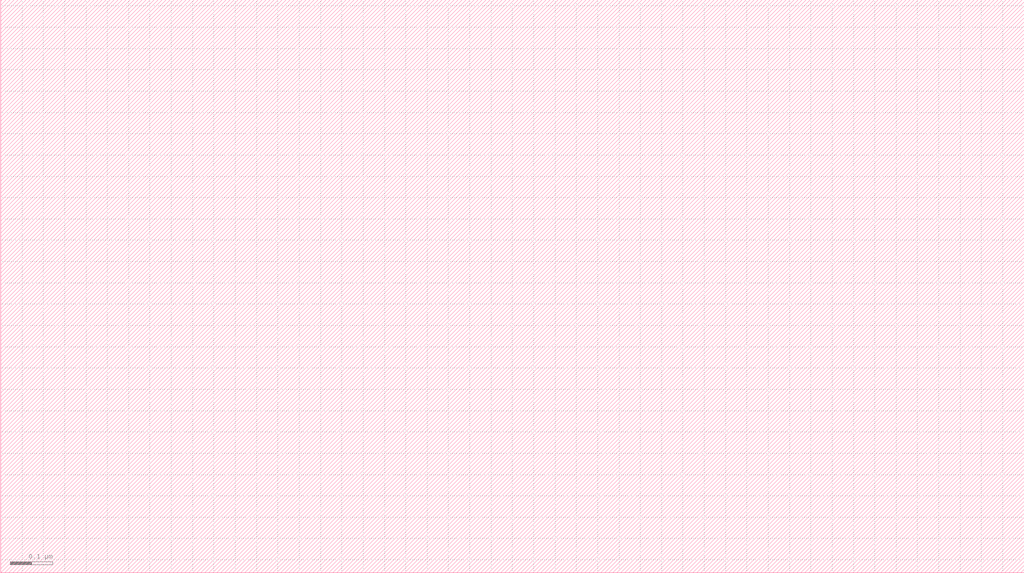
<source format=lef>
# Copyright 2020 The SkyWater PDK Authors
#
# Licensed under the Apache License, Version 2.0 (the "License");
# you may not use this file except in compliance with the License.
# You may obtain a copy of the License at
#
#     https://www.apache.org/licenses/LICENSE-2.0
#
# Unless required by applicable law or agreed to in writing, software
# distributed under the License is distributed on an "AS IS" BASIS,
# WITHOUT WARRANTIES OR CONDITIONS OF ANY KIND, either express or implied.
# See the License for the specific language governing permissions and
# limitations under the License.
#
# SPDX-License-Identifier: Apache-2.0

VERSION 5.7 ;
  NOWIREEXTENSIONATPIN ON ;
  DIVIDERCHAR "/" ;
  BUSBITCHARS "[]" ;
MACRO sky130_fd_bd_sram__sram_dp_cell_opt1_poly_siz
  CLASS BLOCK ;
  FOREIGN sky130_fd_bd_sram__sram_dp_cell_opt1_poly_siz ;
  ORIGIN  0.000000 -0.120000 ;
  SIZE  2.400000 BY  1.345000 ;
END sky130_fd_bd_sram__sram_dp_cell_opt1_poly_siz
END LIBRARY

</source>
